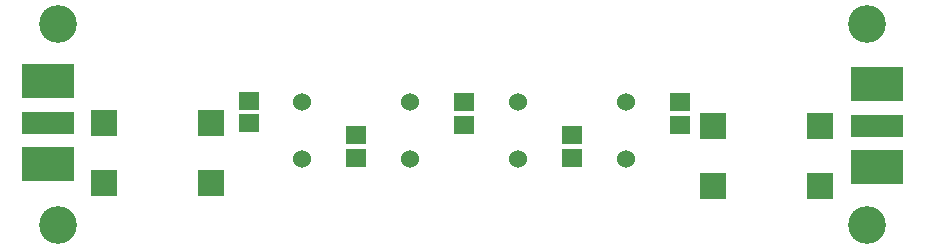
<source format=gbr>
G04 EAGLE Gerber RS-274X export*
G75*
%MOMM*%
%FSLAX34Y34*%
%LPD*%
%INSoldermask Top*%
%IPPOS*%
%AMOC8*
5,1,8,0,0,1.08239X$1,22.5*%
G01*
%ADD10C,3.203200*%
%ADD11R,1.703200X1.503200*%
%ADD12C,1.524000*%
%ADD13R,2.203200X2.203200*%
%ADD14R,4.394200X1.981200*%
%ADD15R,4.394200X2.870200*%


D10*
X40000Y30000D03*
X40000Y200000D03*
X725000Y200000D03*
X725000Y30000D03*
D11*
X474980Y87020D03*
X474980Y106020D03*
X566420Y133960D03*
X566420Y114960D03*
X201930Y116230D03*
X201930Y135230D03*
X292100Y87020D03*
X292100Y106020D03*
X383540Y133960D03*
X383540Y114960D03*
D12*
X246380Y134620D03*
X246380Y86360D03*
X337820Y86360D03*
X337820Y134620D03*
X429260Y134620D03*
X429260Y86360D03*
X520700Y86360D03*
X520700Y134620D03*
D13*
X78740Y116840D03*
X78740Y66040D03*
X169540Y116840D03*
X169540Y66040D03*
X594360Y114300D03*
X594360Y63500D03*
X685160Y114300D03*
X685160Y63500D03*
D14*
X31314Y116840D03*
D15*
X31314Y151786D03*
X31314Y81894D03*
D14*
X733226Y114300D03*
D15*
X733226Y79354D03*
X733226Y149246D03*
M02*

</source>
